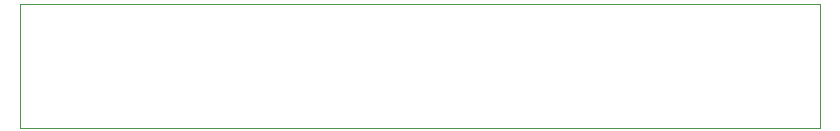
<source format=gbr>
%TF.GenerationSoftware,KiCad,Pcbnew,8.0.1*%
%TF.CreationDate,2024-08-20T12:32:33+02:00*%
%TF.ProjectId,ESP32_PICO_LED,45535033-325f-4504-9943-4f5f4c45442e,rev?*%
%TF.SameCoordinates,Original*%
%TF.FileFunction,Profile,NP*%
%FSLAX46Y46*%
G04 Gerber Fmt 4.6, Leading zero omitted, Abs format (unit mm)*
G04 Created by KiCad (PCBNEW 8.0.1) date 2024-08-20 12:32:33*
%MOMM*%
%LPD*%
G01*
G04 APERTURE LIST*
%TA.AperFunction,Profile*%
%ADD10C,0.050000*%
%TD*%
G04 APERTURE END LIST*
D10*
X106250000Y-75700000D02*
X173950000Y-75700000D01*
X173950000Y-86200000D01*
X106250000Y-86200000D01*
X106250000Y-75700000D01*
M02*

</source>
